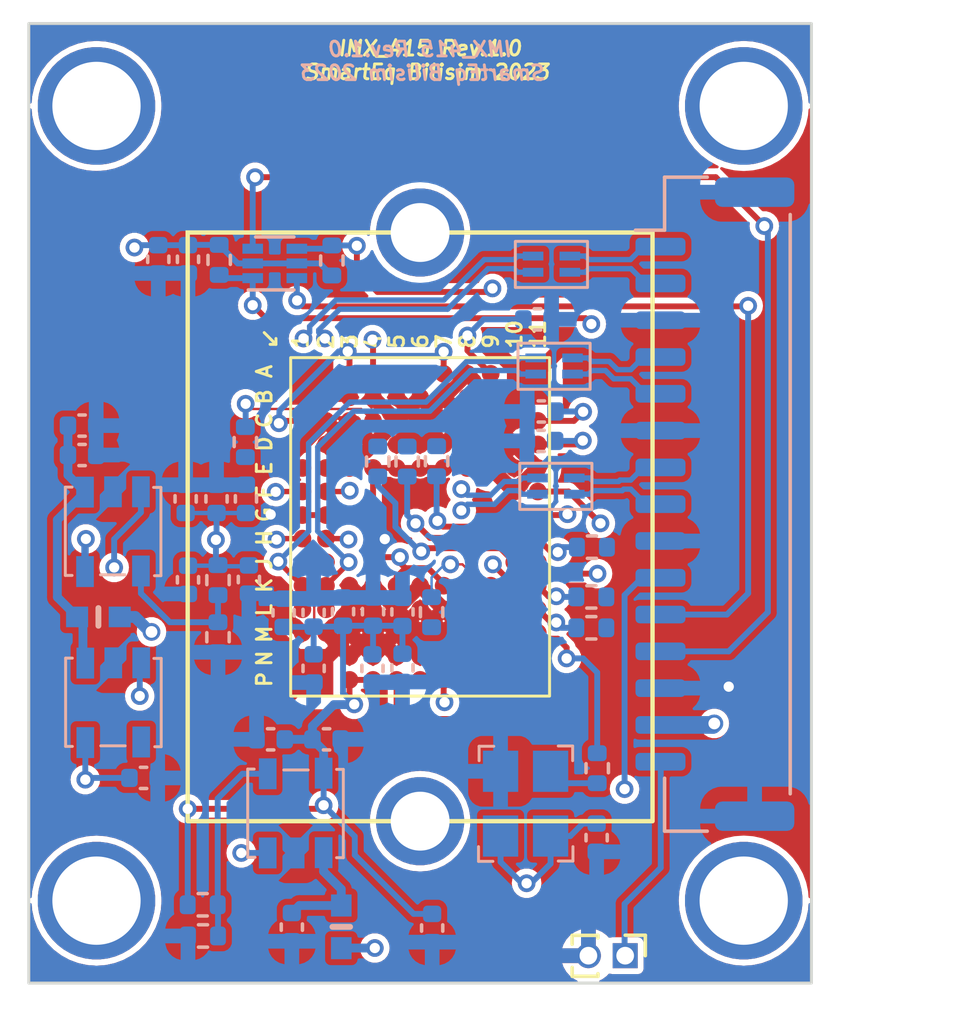
<source format=kicad_pcb>
(kicad_pcb (version 20230606) (generator pcbnew)
  (layers (0 "F.Cu" signal) (1 "In1.Cu" signal) (2 "In2.Cu" signal) (31 "B.Cu" signal) (34 "B.Paste" user) (35 "F.Paste" user) (36 "B.SilkS" user "B.Silkscreen") (37 "F.SilkS" user "F.Silkscreen") (38 "B.Mask" user) (39 "F.Mask" user) (44 "Edge.Cuts" user))
  (net 0 "")
  (net 1 "Net-(IC1-IN)")
  (net 2 "GND")
  (net 3 "Net-(IC2-IN)")
  (net 4 "+1V8")
  (net 5 "+1V1")
  (net 6 "+2V9")
  (net 7 "Net-(IC5-VRHT)")
  (net 8 "Net-(IC5-VRLRS)")
  (net 9 "Net-(IC5-VRLT)")
  (net 10 "/IMX415/CON_CSI_D0_N")
  (net 11 "/IMX415/CSI_D0N")
  (net 12 "/IMX415/CSI_D0P")
  (net 13 "/IMX415/CON_CSI_D0_P")
  (net 14 "/IMX415/CON_CSI_D1_N")
  (net 15 "/IMX415/CSI_D1N")
  (net 16 "/IMX415/CSI_D1P")
  (net 17 "/IMX415/CON_CSI_D1_P")
  (net 18 "/IMX415/CON_CSI_CLK_N")
  (net 19 "/IMX415/CSI_CLKN")
  (net 20 "/IMX415/CSI_CLKP")
  (net 21 "/IMX415/CON_CSI_CLK_P")
  (net 22 "/IMX415/ENABLE")
  (net 23 "Net-(IC1-ADJ)")
  (net 25 "Net-(IC3-ADJ)")
  (net 26 "/IMX415/SCL 1V8")
  (net 27 "/IMX415/SDA")
  (net 28 "/IMX415/SDA 1V8")
  (net 29 "/IMX415/SCL")
  (net 30 "Net-(IC5-TVMON)")
  (net 33 "Net-(IC5-TENABLE)")
  (net 34 "Net-(IC5-SLAMODE0)")
  (net 35 "Net-(IC5-XCLR)")
  (net 36 "Net-(IC5-SLAMODE1)")
  (net 37 "Net-(IC5-XVS)")
  (net 40 "Net-(IC5-TOUT)")
  (net 41 "Net-(IC5-XHS)")
  (net 42 "/IMX415/MCLK")
  (net 43 "+3V3")
  (net 44 "/IMX415/IR_CUT_GPIO")
  (net 45 "Net-(Y1-OUTPUT)")
  (footprint "footprint:IMX_415" (layer "F.Cu") (at 125.6 72.82 90)
    (property "Reference" "IC5")
    (property "Value" "IMX_415" hide)
  )
  (footprint "footprint:Screw_Terminal_1x1" (layer "F.Cu") (at 114.6 58.52)
    (property "Reference" "U3")
    (property "Value" "DNP" hide)
  )
  (footprint "footprint:Con_2Ways_1.25mm" (layer "F.Cu") (at 132.57 87.39 180)
    (property "Reference" "J2")
    (property "Value" "Con_2Ways_1.25mm" hide)
  )
  (footprint "footprint:Screw_Terminal_1x1" (layer "F.Cu") (at 136.6 58.52)
    (property "Reference" "U6")
    (property "Value" "DNP" hide)
  )
  (footprint "footprint:Screw_Terminal_1x1" (layer "F.Cu") (at 114.6 85.52)
    (property "Reference" "U1")
    (property "Value" "DNP" hide)
  )
  (footprint "footprint:Screw_Terminal_1x1" (layer "F.Cu") (at 125.6 62.82)
    (property "Reference" "U2")
    (property "Value" "DNP" hide)
  )
  (footprint "footprint:Screw_Terminal_1x1" (layer "F.Cu") (at 125.6 82.82)
    (property "Reference" "U4")
    (property "Value" "DNP" hide)
  )
  (footprint "footprint:Screw_Terminal_1x1" (layer "F.Cu") (at 136.6 85.52)
    (property "Reference" "U5")
    (property "Value" "DNP" hide)
  )
  (footprint "Resistor_SMD:R_0402_1005Metric" (layer "B.Cu") (at 126.16 70.59 90)
    (property "Reference" "R12")
    (property "Value" "DNP" hide)
  )
  (footprint "Capacitor_SMD:C_0402_1005Metric" (layer "B.Cu") (at 116.2 81.35)
    (property "Reference" "C4")
    (property "Value" "1uF" hide)
  )
  (footprint "footprint:DLP11SN900HL2L" (layer "B.Cu") (at 130.78 67.08 180)
    (property "Reference" "FL2")
    (property "Value" "DLP11SN900HL2L" hide)
  )
  (footprint "Capacitor_SMD:C_0402_1005Metric" (layer "B.Cu") (at 122.98 75.7 -90)
    (property "Reference" "C25")
    (property "Value" "0.1uF" hide)
  )
  (footprint "Resistor_SMD:R_0402_1005Metric" (layer "B.Cu") (at 131.42 76.25 180)
    (property "Reference" "R6")
    (property "Value" "DNP" hide)
  )
  (footprint "footprint:AP7331" (layer "B.Cu") (at 114.21 71.64)
    (property "Reference" "IC3")
    (property "Value" "SOT-25-5" hide)
  )
  (footprint "Capacitor_SMD:C_0402_1005Metric" (layer "B.Cu") (at 114.11 70.38 180)
    (property "Reference" "C3")
    (property "Value" "1uF" hide)
  )
  (footprint "Resistor_SMD:R_0402_1005Metric" (layer "B.Cu") (at 125.16 70.6 -90)
    (property "Reference" "R9")
    (property "Value" "DNP" hide)
  )
  (footprint "Capacitor_SMD:C_0402_1005Metric" (layer "B.Cu") (at 116.7 63.73 90)
    (property "Reference" "C15")
    (property "Value" "0.01uF" hide)
  )
  (footprint "Resistor_SMD:R_0402_1005Metric" (layer "B.Cu") (at 131.44 73.51 180)
    (property "Reference" "R8")
    (property "Value" "DNP" hide)
  )
  (footprint "footprint:AP7331" (layer "B.Cu") (at 114.22 77.45)
    (property "Reference" "IC2")
    (property "Value" "SOT-25-5" hide)
  )
  (footprint "Capacitor_SMD:C_0402_1005Metric" (layer "B.Cu") (at 117.71 74.62 -90)
    (property "Reference" "C6")
    (property "Value" "1uF" hide)
  )
  (footprint "Capacitor_SMD:C_0402_1005Metric" (layer "B.Cu") (at 131.6 83.38 -90)
    (property "Reference" "C7")
    (property "Value" "1uF" hide)
  )
  (footprint "Capacitor_SMD:C_0402_1005Metric" (layer "B.Cu") (at 117.63 71.87 -90)
    (property "Reference" "C12")
    (property "Value" "1uF" hide)
  )
  (footprint "Capacitor_SMD:C_0402_1005Metric" (layer "B.Cu") (at 120.96 75.74 -90)
    (property "Reference" "C21")
    (property "Value" "0.01uF" hide)
  )
  (footprint "Capacitor_SMD:C_0402_1005Metric" (layer "B.Cu") (at 117.71 63.73 90)
    (property "Reference" "C16")
    (property "Value" "1uF" hide)
  )
  (footprint "footprint:BLM18AG601SN1D" (layer "B.Cu") (at 115.39 75.88 180)
    (property "Reference" "FB2")
    (property "Value" "600@100MHz" hide)
  )
  (footprint "Resistor_SMD:R_0402_1005Metric" (layer "B.Cu") (at 124.16 70.6 -90)
    (property "Reference" "R10")
    (property "Value" "DNP" hide)
  )
  (footprint "Resistor_SMD:R_0402_1005Metric" (layer "B.Cu") (at 118.73 76.57 -90)
    (property "Reference" "R4")
    (property "Value" "1K" hide)
  )
  (footprint "footprint:JST_1x15-1MP_P1.25mm_Horizontal" (layer "B.Cu") (at 133.77 63.3 -90)
    (property "Reference" "J1")
    (property "Value" "Con_15Ways_1.25mm" hide)
  )
  (footprint "Capacitor_SMD:C_0402_1005Metric" (layer "B.Cu") (at 121.98 75.73 -90)
    (property "Reference" "C22")
    (property "Value" "1uF" hide)
  )
  (footprint "Resistor_SMD:R_0402_1005Metric" (layer "B.Cu") (at 119.66 69.94 90)
    (property "Reference" "R11")
    (property "Value" "DNP" hide)
  )
  (footprint "Capacitor_SMD:C_0402_1005Metric" (layer "B.Cu") (at 114.11 69.38 180)
    (property "Reference" "C2")
    (property "Value" "1uF" hide)
  )
  (footprint "Resistor_SMD:R_0402_1005Metric" (layer "B.Cu") (at 118.21 85.66)
    (property "Reference" "R1")
    (property "Value" "1.75K" hide)
  )
  (footprint "Capacitor_SMD:C_0402_1005Metric" (layer "B.Cu") (at 123.98 77.63 90)
    (property "Reference" "C20")
    (property "Value" "4.7uF" hide)
  )
  (footprint "Resistor_SMD:R_0402_1005Metric" (layer "B.Cu") (at 118.77 63.75 -90)
    (property "Reference" "R14")
    (property "Value" "2.2K" hide)
  )
  (footprint "Capacitor_SMD:C_0402_1005Metric" (layer "B.Cu") (at 119.78 74.61 90)
    (property "Reference" "C11")
    (property "Value" "0.1uF" hide)
  )
  (footprint "Resistor_SMD:R_0402_1005Metric" (layer "B.Cu") (at 131.42 75.2 180)
    (property "Reference" "R7")
    (property "Value" "DNP" hide)
  )
  (footprint "footprint:X322524MOB4SI" (layer "B.Cu") (at 128.335 83.325 90)
    (property "Reference" "Y1")
    (property "Value" "24MHz" hide)
  )
  (footprint "Capacitor_SMD:C_0402_1005Metric" (layer "B.Cu") (at 122.42 80.04 180)
    (property "Reference" "C17")
    (property "Value" "0.1uF" hide)
  )
  (footprint "footprint:BLM18AG601SN1D" (layer "B.Cu") (at 122.92 87.135 90)
    (property "Reference" "FB1")
    (property "Value" "600@100MHz" hide)
  )
  (footprint "Capacitor_SMD:C_0402_1005Metric" (layer "B.Cu") (at 121.24 86.42 -90)
    (property "Reference" "C1")
    (property "Value" "1uF")
  )
  (footprint "Resistor_SMD:R_0402_1005Metric" (layer "B.Cu") (at 122.6 63.77 90)
    (property "Reference" "R15")
    (property "Value" "2.2K" hide)
  )
  (footprint "Capacitor_SMD:C_0402_1005Metric" (layer "B.Cu") (at 125 75.71 -90)
    (property "Reference" "C23")
    (property "Value" "0.1uF" hide)
  )
  (footprint "Capacitor_SMD:C_0402_1005Metric" (layer "B.Cu") (at 129.71 69.9 180)
    (property "Reference" "C10")
    (property "Value" "4.7uF" hide)
  )
  (footprint "Capacitor_SMD:C_0402_1005Metric" (layer "B.Cu") (at 120.52 80.04)
    (property "Reference" "C18")
    (property "Value" "4.7uF" hide)
  )
  (footprint "Resistor_SMD:R_0402_1005Metric" (layer "B.Cu") (at 118.73 74.63 -90)
    (property "Reference" "R3")
    (property "Value" "6.25K" hide)
  )
  (footprint "footprint:DLP11SN900HL2L" (layer "B.Cu") (at 130.69 63.62 180)
    (property "Reference" "FL1")
    (property "Value" "DLP11SN900HL2L" hide)
  )
  (footprint "footprint:DMG1024UV - 7" (layer "B.Cu") (at 119.91 64.37)
    (property "Reference" "IC4")
    (property "Value" "SOT-563" hide)
  )
  (footprint "Capacitor_SMD:C_0402_1005Metric" (layer "B.Cu") (at 118.68 71.87 -90)
    (property "Reference" "C14")
    (property "Value" "4.7uF" hide)
  )
  (footprint "Capacitor_SMD:C_0402_1005Metric" (layer "B.Cu") (at 129.59 65.77)
    (property "Reference" "C8")
    (property "Value" "1uF" hide)
  )
  (footprint "Capacitor_SMD:C_0402_1005Metric" (layer "B.Cu") (at 124 75.7 -90)
    (property "Reference" "C26")
    (property "Value" "1uF" hide)
  )
  (footprint "footprint:AP7331" (layer "B.Cu") (at 122.32 83.89 180)
    (property "Reference" "IC1")
    (property "Value" "SOT-25-5" hide)
  )
  (footprint "Capacitor_SMD:C_0402_1005Metric" (layer "B.Cu") (at 125 77.61 90)
    (property "Reference" "C19")
    (property "Value" "0.1uF" hide)
  )
  (footprint "Resistor_SMD:R_0402_1005Metric" (layer "B.Cu") (at 118.22 86.72 180)
    (property "Reference" "R2")
    (property "Value" "1K" hide)
  )
  (footprint "footprint:DLP11SN900HL2L" (layer "B.Cu") (at 130.84 71.16 180)
    (property "Reference" "FL3")
    (property "Value" "DLP11SN900HL2L" hide)
  )
  (footprint "Capacitor_SMD:C_0402_1005Metric" (layer "B.Cu") (at 129.72 68.9 180)
    (property "Reference" "C9")
    (property "Value" "10uF" hide)
  )
  (footprint "Capacitor_SMD:C_0402_1005Metric" (layer "B.Cu") (at 121.98 77.63 90)
    (property "Reference" "C24")
    (property "Value" "1uF" hide)
  )
  (footprint "Capacitor_SMD:C_0402_1005Metric" (layer "B.Cu") (at 126.01 86.45 -90)
    (property "Reference" "C5")
    (property "Value" "1uF	")
  )
  (footprint "Resistor_SMD:R_0402_1005Metric" (layer "B.Cu") (at 125.99 75.72 90)
    (property "Reference" "R13")
    (property "Value" "DNP" hide)
  )
  (footprint "Capacitor_SMD:C_0402_1005Metric" (layer "B.Cu") (at 119.68 71.87 -90)
    (property "Reference" "C13")
    (property "Value" "0.1uF" hide)
  )
  (footprint "Resistor_SMD:R_0402_1005Metric" (layer "B.Cu") (at 131.62 81.02 90)
    (property "Reference" "R5")
    (property "Value" "22R" hide)
  )
  (gr_rect (start 117.7 62.82) (end 133.5 82.82) (stroke (width 0.15)) (fill none) (layer "F.SilkS"))
  (gr_rect (start 112.3 55.72) (end 138.9 88.32) (stroke (width 0.1)) (fill none) (layer "Edge.Cuts"))
  (gr_text "   IMX_415 Rev.1.0\nSmartEq Bilisim 2023" (at 129.93 57.69 -0) (layer "B.SilkS") (effects (font (size 0.5 0.5) (thickness 0.1) bold italic) (justify left bottom mirror)))
  (gr_text "   IMX_415 Rev.1.0\nSmartEq Bilisim 2023" (at 121.62 57.66 0) (layer "F.SilkS") (effects (font (size 0.5 0.5) (thickness 0.1) bold italic) (justify left bottom)))
  (segment (start 122.92 85.685) (end 121.495 85.685) (width 0.3) (layer "B.Cu") (net 1))
  (segment (start 122.92 85.13) (end 122.32 84.53) (width 0.3) (layer "B.Cu") (net 1))
  (segment (start 122.32 84.53) (end 122.32 83.89) (width 0.3) (layer "B.Cu") (net 1))
  (segment (start 121.495 85.685) (end 121.24 85.94) (width 0.3) (layer "B.Cu") (net 1))
  (segment (start 122.92 85.685) (end 122.92 85.13) (width 0.3) (layer "B.Cu") (net 1))
  (segment (start 120.54 72.42) (end 121.6 72.42) (width 0.2) (layer "F.Cu") (net 2))
  (segment (start 120.54 72.42) (end 120.63 72.42) (width 0.2) (layer "F.Cu") (net 2))
  (segment (start 121.6 76.42) (end 122.4 76.42) (width 0.08) (layer "F.Cu") (net 2))
  (segment (start 128.96863 75.224558) (end 129.2 75.455928) (width 0.08) (layer "F.Cu") (net 2))
  (segment (start 121.6 72.42) (end 122.4 72.42) (width 0.2) (layer "F.Cu") (net 2))
  (segment (start 129.2 76.02) (end 128.8 76.42) (width 0.08) (layer "F.Cu") (net 2))
  (segment (start 122 76.02) (end 122 74.42) (width 0.08) (layer "F.Cu") (net 2))
  (segment (start 121.6 76.42) (end 122 76.02) (width 0.08) (layer "F.Cu") (net 2))
  (segment (start 122 74.42) (end 122.4 74.02) (width 0.08) (layer "F.Cu") (net 2))
  (segment (start 129.2 75.455928) (end 129.2 76.02) (width 0.08) (layer "F.Cu") (net 2))
  (segment (start 128 74.82) (end 128.235928 74.82) (width 0.08) (layer "F.Cu") (net 2))
  (segment (start 128.640486 75.224558) (end 128.96863 75.224558) (width 0.08) (layer "F.Cu") (net 2))
  (segment (start 121.6 74.02) (end 122.4 74.02) (width 0.2) (layer "F.Cu") (net 2))
  (segment (start 128.235928 74.82) (end 128.640486 75.224558) (width 0.08) (layer "F.Cu") (net 2))
  (segment (start 120.52 72.4) (end 120.54 72.42) (width 0.2) (layer "F.Cu") (net 2))
  (via (at 124.399095 73.236207) (size 0.6) (drill 0.35) (layers "F.Cu" "B.Cu") (net 2))
  (via (at 136.09 78.25) (size 0.6) (drill 0.35) (layers "F.Cu" "B.Cu") (net 2))
  (via (at 120.52 72.4) (size 0.6) (drill 0.35) (layers "F.Cu" "B.Cu") (net 2))
  (segment (start 113.27 75.21) (end 113.27 72.58) (width 0.3) (layer "B.Cu") (net 3))
  (segment (start 113.63 71.06) (end 113.63 70.38) (width 0.3) (layer "B.Cu") (net 3))
  (segment (start 114.14 76.08) (end 114.14 77.37) (width 0.3) (layer "B.Cu") (net 3))
  (segment (start 114.14 77.37) (end 114.22 77.45) (width 0.3) (layer "B.Cu") (net 3))
  (segment (start 113.94 75.88) (end 114.14 76.08) (width 0.3) (layer "B.Cu") (net 3))
  (segment (start 114.21 71.64) (end 113.63 71.06) (width 0.3) (layer "B.Cu") (net 3))
  (segment (start 113.27 72.58) (end 114.21 71.64) (width 0.3) (layer "B.Cu") (net 3))
  (segment (start 113.63 70.38) (end 113.63 69.38) (width 0.3) (layer "B.Cu") (net 3))
  (segment (start 113.94 75.88) (end 113.27 75.21) (width 0.3) (layer "B.Cu") (net 3))
  (segment (start 124 67.62) (end 124.8 67.62) (width 0.2) (layer "F.Cu") (net 4))
  (segment (start 126.4 78.75) (end 126.4 78.02) (width 0.2) (layer "F.Cu") (net 4))
  (segment (start 126.43 78.78) (end 126.4 78.75) (width 0.2) (layer "F.Cu") (net 4))
  (segment (start 124 66.48) (end 124 67.62) (width 0.2) (layer "F.Cu") (net 4))
  (segment (start 130.58 72.42) (end 129.6 72.42) (width 0.2) (layer "F.Cu") (net 4))
  (segment (start 123.98 66.46) (end 124 66.48) (width 0.2) (layer "F.Cu") (net 4))
  (via (at 123.98 66.46) (size 0.6) (drill 0.35) (layers "F.Cu" "B.Cu") (net 4))
  (via (at 115.89 63.33) (size 0.6) (drill 0.35) (layers "F.Cu" "B.Cu") (net 4))
  (via (at 126.43 78.78) (size 0.6) (drill 0.35) (layers "F.Cu" "B.Cu") (net 4))
  (via (at 114.22 81.41) (size 0.6) (drill 0.35) (layers "F.Cu" "B.Cu") (net 4))
  (via (at 129.22 84.93) (size 0.6) (drill 0.35) (layers "F.Cu" "B.Cu") (net 4))
  (via (at 130.61 72.39) (size 0.6) (drill 0.35) (layers "F.Cu" "B.Cu") (net 4))
  (segment (start 115.97 63.25) (end 115.89 63.33) (width 0.2) (layer "B.Cu") (net 4))
  (segment (start 119.4 63.87) (end 118.77 63.24) (width 0.2) (layer "B.Cu") (net 4))
  (segment (start 129.22 84.93) (end 129.06 84.93) (width 0.2) (layer "B.Cu") (net 4))
  (segment (start 129.37 84.93) (end 130.035 84.265) (width 0.2) (layer "B.Cu") (net 4))
  (segment (start 130.705 83.325) (end 131.13 82.9) (width 0.2) (layer "B.Cu") (net 4))
  (segment (start 114.22 80.15) (end 114.22 81.41) (width 0.2) (layer "B.Cu") (net 4))
  (segment (start 118.77 63.24) (end 117.72 63.24) (width 0.2) (layer "B.Cu") (net 4))
  (segment (start 129.06 84.93) (end 128.335 84.205) (width 0.2) (layer "B.Cu") (net 4))
  (segment (start 116.7 63.25) (end 117.71 63.25) (width 0.2) (layer "B.Cu") (net 4))
  (segment (start 114.28 81.35) (end 115.72 81.35) (width 0.2) (layer "B.Cu") (net 4))
  (segment (start 130.035 83.325) (end 130.705 83.325) (width 0.2) (layer "B.Cu") (net 4))
  (segment (start 114.22 81.41) (end 114.28 81.35) (width 0.2) (layer "B.Cu") (net 4))
  (segment (start 122.19 63.87) (end 121.41 63.87) (width 0.2) (layer "B.Cu") (net 4))
  (segment (start 130.035 84.265) (end 130.035 83.325) (width 0.2) (layer "B.Cu") (net 4))
  (segment (start 131.13 82.9) (end 131.6 82.9) (width 0.2) (layer "B.Cu") (net 4))
  (segment (start 117.72 63.24) (end 117.71 63.25) (width 0.2) (layer "B.Cu") (net 4))
  (segment (start 116.7 63.25) (end 115.97 63.25) (width 0.2) (layer "B.Cu") (net 4))
  (segment (start 121.41 63.87) (end 119.91 63.87) (width 0.2) (layer "B.Cu") (net 4))
  (segment (start 122.6 64.28) (end 122.19 63.87) (width 0.2) (layer "B.Cu") (net 4))
  (segment (start 119.91 63.87) (end 119.4 63.87) (width 0.2) (layer "B.Cu") (net 4))
  (segment (start 129.22 84.93) (end 129.37 84.93) (width 0.2) (layer "B.Cu") (net 4))
  (segment (start 128.335 84.205) (end 128.335 83.325) (width 0.2) (layer "B.Cu") (net 4))
  (segment (start 121.6 69.22) (end 120.88 69.22) (width 0.2) (layer "F.Cu") (net 5))
  (segment (start 125.6 67.62) (end 126.4 67.62) (width 0.2) (layer "F.Cu") (net 5))
  (segment (start 124.8 78.02) (end 125.6 78.02) (width 0.2) (layer "F.Cu") (net 5))
  (segment (start 129.6 71.62) (end 130.65 71.62) (width 0.2) (layer "F.Cu") (net 5))
  (segment (start 123.2 78.02) (end 124 78.02) (width 0.2) (layer "F.Cu") (net 5))
  (segment (start 126.84 79.35) (end 127.2 78.99) (width 0.2) (layer "F.Cu") (net 5))
  (segment (start 126.4 66.87) (end 126.4 67.62) (width 0.2) (layer "F.Cu") (net 5))
  (segment (start 123.2 67.62) (end 123.2 66.92) (width 0.2) (layer "F.Cu") (net 5))
  (segment (start 131.73 72.77) (end 131.66 72.7) (width 0.2) (layer "F.Cu") (net 5))
  (segment (start 127.2 78.99) (end 127.2 78.02) (width 0.2) (layer "F.Cu") (net 5))
  (segment (start 120.88 69.22) (end 120.8 69.3) (width 0.2) (layer "F.Cu") (net 5))
  (segment (start 124.8 78.88) (end 125.27 79.35) (width 0.2) (layer "F.Cu") (net 5))
  (segment (start 125.27 79.35) (end 126.84 79.35) (width 0.2) (layer "F.Cu") (net 5))
  (segment (start 123.2 78.02) (end 123.2 78.6905) (width 0.2) (layer "F.Cu") (net 5))
  (segment (start 123.2 78.6905) (end 123.36 78.8505) (width 0.2) (layer "F.Cu") (net 5))
  (segment (start 117.7 82.4) (end 122.2 82.4) (width 0.2) (layer "F.Cu") (net 5))
  (segment (start 124.8 78.02) (end 124.8 78.88) (width 0.2) (layer "F.Cu") (net 5))
  (segment (start 122.2 82.4) (end 122.32 82.28) (width 0.2) (layer "F.Cu") (net 5))
  (segment (start 124 78.02) (end 124.8 78.02) (width 0.2) (layer "F.Cu") (net 5))
  (segment (start 127.2 78.02) (end 128 78.02) (width 0.2) (layer "F.Cu") (net 5))
  (segment (start 131.66 72.7) (end 131.73 72.7) (width 0.2) (layer "F.Cu") (net 5))
  (segment (start 131.73 72.7) (end 131.73 72.77) (width 0.2) (layer "F.Cu") (net 5))
  (segment (start 130.65 71.62) (end 131.73 72.7) (width 0.2) (layer "F.Cu") (net 5))
  (segment (start 123.2 66.92) (end 123.14 66.86) (width 0.2) (layer "F.Cu") (net 5))
  (via (at 123.14 66.86) (size 0.6) (drill 0.35) (layers "F.Cu" "B.Cu") (net 5))
  (via (at 123.36 78.8505) (size 0.6) (drill 0.35) (layers "F.Cu" "B.Cu") (net 5))
  (via (at 126.4 66.87) (size 0.6) (drill 0.35) (layers "F.Cu" "B.Cu") (net 5))
  (via (at 120.8 69.3) (size 0.6) (drill 0.35) (layers "F.Cu" "B.Cu") (net 5))
  (via (at 117.7 82.4) (size 0.6) (drill 0.35) (layers "F.Cu" "B.Cu") (net 5))
  (via (at 131.73 72.7) (size 0.6) (drill 0.35) (layers "F.Cu" "B.Cu") (net 5))
  (via (at 122.32 82.28) (size 0.6) (drill 0.35) (layers "F.Cu" "B.Cu") (net 5))
  (segment (start 121.94 79.59) (end 121.94 80.04) (width 0.3) (layer "B.Cu") (net 5))
  (segment (start 122.32 81.19) (end 122.32 80.42) (width 0.3) (layer "B.Cu") (net 5))
  (segment (start 123.14 66.86) (end 123.13 66.86) (width 0.2) (layer "B.Cu") (net 5))
  (segment (start 121.97 76.22) (end 121.98 76.21) (width 0.2) (layer "B.Cu") (net 5))
  (segment (start 123.38 83.97) (end 123.38 83.34) (width 0.2) (layer "B.Cu") (net 5))
  (segment (start 117.7 82.4) (end 117.7 82.42) (width 0.2) (layer "B.Cu") (net 5))
  (segment (start 121.98 76.21) (end 122.95 76.21) (width 0.2) (layer "B.Cu") (net 5))
  (segment (start 120.8 69.3) (end 120.82 69.29) (width 0.2) (layer "B.Cu") (net 5))
  (segment (start 125 77.13) (end 125 76.19) (width 0.2) (layer "B.Cu") (net 5))
  (segment (start 124 76.18) (end 124.99 76.18) (width 0.2) (layer "B.Cu") (net 5))
  (segment (start 123.29 67.01) (end 123.14 66.86) (width 0.2) (layer "B.Cu") (net 5))
  (segment (start 120.82 68.87) (end 120.8 69.3) (width 0.2) (layer "B.Cu") (net 5))
  (segment (start 126.26 67.01) (end 123.29 67.01) (width 0.2) (layer "B.Cu") (net 5))
  (segment (start 122.32 80.42) (end 121.94 80.04) (width 0.3) (layer "B.Cu") (net 5))
  (segment (start 123.13 66.86) (end 123.2 66.93) (width 0.2) (layer "B.Cu") (net 5))
  (segment (start 126.4 66.87) (end 126.26 67.01) (width 0.2) (layer "B.Cu") (net 5))
  (segment (start 121 80.04) (end 121.94 80.04) (width 0.3) (layer "B.Cu") (net 5))
  (segment (start 122.95 76.21) (end 122.98 76.18) (width 0.2) (layer "B.Cu") (net 5))
  (segment (start 124 76.18) (end 124 77.13) (width 0.2) (layer "B.Cu") (net 5))
  (segment (start 123.36 78.8505) (end 123.3505 78.86) (width 0.3) (layer "B.Cu") (net 5))
  (segment (start 123.3505 78.86) (end 122.67 78.86) (width 0.3) (layer "B.Cu") (net 5))
  (segment (start 124.99 76.18) (end 125 76.19) (width 0.2) (layer "B.Cu") (net 5))
  (segment (start 124 77.13) (end 123.98 77.15) (width 0.2) (layer "B.Cu") (net 5))
  (segment (start 123.14 66.86) (end 122.83 66.86) (width 0.2) (layer "B.Cu") (net 5))
  (segment (start 122.98 78.4705) (end 122.98 76.18) (width 0.2) (layer "B.Cu") (net 5))
  (segment (start 122.32 82.28) (end 122.32 81.19) (width 0.2) (layer "B.Cu") (net 5))
  (segment (start 121.98 76.21) (end 121.98 77.15) (width 0.2) (layer "B.Cu") (net 5))
  (segment (start 122.83 66.86) (end 120.84 68.85) (width 0.2) (layer "B.Cu") (net 5))
  (segment (start 126.01 85.97) (end 125.38 85.97) (width 0.2) (layer "B.Cu") (net 5))
  (segment (start 120.96 76.22) (end 121.97 76.22) (width 0.2) (layer "B.Cu") (net 5))
  (segment (start 120.84 68.85) (end 120.82 68.87) (width 0.2) (layer "B.Cu") (net 5))
  (segment (start 123.38 83.34) (end 122.32 82.28) (width 0.2) (layer "B.Cu") (net 5))
  (segment (start 122.67 78.86) (end 121.94 79.59) (width 0.3) (layer "B.Cu") (net 5))
  (segment (start 123.36 78.8505) (end 122.98 78.4705) (width 0.2) (layer "B.Cu") (net 5))
  (segment (start 117.7 85.66) (end 117.7 82.4) (width 0.2) (layer "B.Cu") (net 5))
  (segment (start 125.38 85.97) (end 123.38 83.97) (width 0.2) (layer "B.Cu") (net 5))
  (segment (start 122.98 76.18) (end 124 76.18) (width 0.2) (layer "B.Cu") (net 5))
  (segment (start 124.913902 73.84927) (end 124.12927 73.84927) (width 0.2) (layer "F.Cu") (net 6))
  (segment (start 124 70.82) (end 124.8 70.82) (width 0.2) (layer "F.Cu") (net 6))
  (segment (start 126.4 74.82) (end 126.4 74.75) (width 0.2) (layer "F.Cu") (net 6))
  (segment (start 125.874558 74.224558) (end 125.1 74.224558) (width 0.2) (layer "F.Cu") (net 6))
  (segment (start 124.913902 74.03846) (end 125.1 74.224558) (width 0.2) (layer "F.Cu") (net 6))
  (segment (start 124.8 74.524558) (end 124.8 74.82) (width 0.2) (layer "F.Cu") (net 6))
  (segment (start 123.81 72.67) (end 124 72.48) (width 0.2) (layer "F.Cu") (net 6))
  (segment (start 125.1 74.224558) (end 124.8 74.524558) (width 0.2) (layer "F.Cu") (net 6))
  (segment (start 126.4 70.82) (end 127.2 70.82) (width 0.2) (layer "F.Cu") (net 6))
  (segment (start 124.913902 73.84927) (end 124.913902 74.03846) (width 0.2) (layer "F.Cu") (net 6))
  (segment (start 127.2 74.82) (end 126.4 74.82) (width 0.2) (layer "F.Cu") (net 6))
  (segment (start 125.6 70.82) (end 126.4 70.82) (width 0.2) (layer "F.Cu") (net 6))
  (segment (start 124.12927 73.84927) (end 123.81 73.53) (width 0.2) (layer "F.Cu") (net 6))
  (segment (start 124.8 70.82) (end 125.6 70.82) (width 0.2) (layer "F.Cu") (net 6))
  (segment (start 123.81 73.53) (end 123.81 72.67) (width 0.2) (layer "F.Cu") (net 6))
  (segment (start 126.4 74.75) (end 125.874558 74.224558) (width 0.2) (layer "F.Cu") (net 6))
  (segment (start 124 72.48) (end 124 70.82) (width 0.2) (layer "F.Cu") (net 6))
  (via (at 124.913902 73.84927) (size 0.6) (drill 0.35) (layers "F.Cu" "B.Cu") (net 6))
  (via (at 114.24 73.23) (size 0.6) (drill 0.35) (layers "F.Cu" "B.Cu") (net 6))
  (via (at 118.66 73.26) (size 0.6) (drill 0.35) (layers "F.Cu" "B.Cu") (net 6))
  (segment (start 117.71 74.14) (end 118.71 74.14) (width 0.15) (layer "B.Cu") (net 6))
  (segment (start 118.77 74.16) (end 119.75 74.16) (width 0.15) (layer "B.Cu") (net 6))
  (segment (start 114.21 74.34) (end 114.21 73.26) (width 0.25) (layer "B.Cu") (net 6))
  (segment (start 118.73 74.12) (end 118.66 74.05) (width 0.2) (layer "B.Cu") (net 6))
  (segment (start 118.68 72.35) (end 117.63 72.35) (width 0.15) (layer "B.Cu") (net 6))
  (segment (start 118.68 72.35) (end 118.68 73.24) (width 0.2) (layer "B.Cu") (net 6))
  (segment (start 118.68 73.24) (end 118.66 73.26) (width 0.2) (layer "B.Cu") (net 6))
  (segment (start 114.21 73.26) (end 114.24 73.23) (width 0.25) (layer "B.Cu") (net 6))
  (segment (start 119.75 74.16) (end 119.78 74.13) (width 0.15) (layer "B.Cu") (net 6))
  (segment (start 118.71 74.14) (end 118.73 74.12) (width 0.15) (layer "B.Cu") (net 6))
  (segment (start 118.66 74.05) (end 118.66 73.26) (width 0.2) (layer "B.Cu") (net 6))
  (segment (start 114.24 73.23) (end 114.23 73.39) (width 0.25) (layer "B.Cu") (net 6))
  (segment (start 114.21 74.34) (end 114.22 74.33) (width 0.25) (layer "B.Cu") (net 6))
  (segment (start 118.73 74.12) (end 118.77 74.16) (width 0.15) (layer "B.Cu") (net 6))
  (segment (start 119.68 72.35) (end 118.68 72.35) (width 0.15) (layer "B.Cu") (net 6))
  (segment (start 127.21 66.3205) (end 127.21 66.83) (width 0.2) (layer "F.Cu") (net 7))
  (segment (start 127.21 66.83) (end 128 67.62) (width 0.2) (layer "F.Cu") (net 7))
  (via (at 127.21 66.3205) (size 0.6) (drill 0.35) (layers "F.Cu" "B.Cu") (net 7))
  (segment (start 127.7605 65.77) (end 127.21 66.3205) (width 0.2) (layer "B.Cu") (net 7))
  (segment (start 129.11 65.77) (end 127.7605 65.77) (width 0.2) (layer "B.Cu") (net 7))
  (segment (start 129.6 69.22) (end 130.83 69.22) (width 0.2) (layer "F.Cu") (net 8))
  (segment (start 130.83 69.22) (end 131.14 68.91) (width 0.2) (layer "F.Cu") (net 8))
  (via (at 131.14 68.91) (size 0.6) (drill 0.35) (layers "F.Cu" "B.Cu") (net 8))
  (segment (start 131.07 68.9) (end 131.14 68.91) (width 0.2) (layer "B.Cu") (net 8))
  (segment (start 131.09 68.9) (end 131.08 68.9) (width 0.2) (layer "B.Cu") (net 8))
  (segment (start 130.2 68.9) (end 131.07 68.9) (width 0.2) (layer "B.Cu") (net 8))
  (segment (start 131.14 68.91) (end 131.09 68.9) (width 0.2) (layer "B.Cu") (net 8))
  (segment (start 129.6 70.02) (end 131 70.02) (width 0.2) (layer "F.Cu") (net 9))
  (segment (start 131 70.02) (end 131.13 69.89) (width 0.2) (layer "F.Cu") (net 9))
  (via (at 131.13 69.89) (size 0.6) (drill 0.35) (layers "F.Cu" "B.Cu") (net 9))
  (segment (start 130.19 69.9) (end 131.12 69.9) (width 0.2) (layer "B.Cu") (net 9))
  (segment (start 131.13 69.89) (end 131.13 69.95) (width 0.2) (layer "B.Cu") (net 9))
  (segment (start 131.13 69.95) (end 131.1 69.92) (width 0.2) (layer "B.Cu") (net 9))
  (segment (start 131.12 69.9) (end 131.13 69.89) (width 0.2) (layer "B.Cu") (net 9))
  (segment (start 133.19 63.3) (end 132.74985 63.74015) (width 0.1827) (layer "B.Cu") (net 10))
  (segment (start 133.77 63.3) (end 133.19 63.3) (width 0.1827) (layer "B.Cu") (net 10))
  (segment (start 131.215001 63.62) (end 130.69 63.62) (width 0.1827) (layer "B.Cu") (net 10))
  (segment (start 132.74985 63.74015) (end 131.335151 63.74015) (width 0.1827) (layer "B.Cu") (net 10))
  (segment (start 131.335151 63.74015) (end 131.215001 63.62) (width 0.1827) (layer "B.Cu") (net 10))
  (segment (start 120.7 71.62) (end 121.6 71.62) (width 0.1827) (layer "F.Cu") (net 11))
  (segment (start 120.69 71.63) (end 120.7 71.62) (width 0.1827) (layer "F.Cu") (net 11))
  (via (at 120.69 71.63) (size 0.6) (drill 0.35) (layers "F.Cu" "B.Cu") (net 11))
  (via (at 121.6365 66.42) (size 0.6) (drill 0.35) (layers "F.Cu" "B.Cu") (net 11))
  (segment (start 121.84515 66.21135) (end 121.6365 66.42) (width 0.1827) (layer "B.Cu") (net 11))
  (segment (start 129.44 63.62) (end 128.914999 63.62) (width 0.1827) (layer "B.Cu") (net 11))
  (segment (start 121.84515 66.005858) (end 121.84515 66.21135) (width 0.1827) (layer "B.Cu") (net 11))
  (segment (start 127.780858 63.74015) (end 126.405858 65.11515) (width 0.1827) (layer "B.Cu") (net 11))
  (segment (start 128.914999 63.62) (end 128.794849 63.74015) (width 0.1827) (layer "B.Cu") (net 11))
  (segment (start 122.735858 65.11515) (end 121.84515 66.005858) (width 0.1827) (layer "B.Cu") (net 11))
  (segment (start 128.794849 63.74015) (end 127.780858 63.74015) (width 0.1827) (layer "B.Cu") (net 11))
  (segment (start 126.405858 65.11515) (end 122.735858 65.11515) (width 0.1827) (layer "B.Cu") (net 11))
  (segment (start 122.4 71.62) (end 123.13 71.62) (width 0.1827) (layer "F.Cu") (net 12))
  (segment (start 123.13 71.62) (end 123.21 71.59) (width 0.1827) (layer "F.Cu") (net 12))
  (segment (start 123.19 71.62) (end 123.16 71.62) (width 0.1827) (layer "F.Cu") (net 12))
  (segment (start 123.21 71.59) (end 123.19 71.62) (width 0.1827) (layer "F.Cu") (net 12))
  (via (at 123.21 71.59) (size 0.6) (drill 0.35) (layers "F.Cu" "B.Cu") (net 12))
  (via (at 122.3635 66.42) (size 0.6) (drill 0.35) (layers "F.Cu" "B.Cu") (net 12))
  (segment (start 122.864142 65.42485) (end 122.15485 66.134142) (width 0.1827) (layer "B.Cu") (net 12))
  (segment (start 126.534142 65.42485) (end 122.864142 65.42485) (width 0.1827) (layer "B.Cu") (net 12))
  (segment (start 128.794849 64.04985) (end 127.909142 64.04985) (width 0.1827) (layer "B.Cu") (net 12))
  (segment (start 129.44 64.17) (end 128.914999 64.17) (width 0.1827) (layer "B.Cu") (net 12))
  (segment (start 122.15485 66.21135) (end 122.3635 66.42) (width 0.1827) (layer "B.Cu") (net 12))
  (segment (start 127.909142 64.04985) (end 126.534142 65.42485) (width 0.1827) (layer "B.Cu") (net 12))
  (segment (start 122.15485 66.134142) (end 122.15485 66.21135) (width 0.1827) (layer "B.Cu") (net 12))
  (segment (start 128.914999 64.17) (end 128.794849 64.04985) (width 0.1827) (layer "B.Cu") (net 12))
  (segment (start 131.215001 64.17) (end 130.69 64.17) (width 0.1827) (layer "B.Cu") (net 13))
  (segment (start 133.27 64.55) (end 132.76985 64.04985) (width 0.1827) (layer "B.Cu") (net 13))
  (segment (start 131.335151 64.04985) (end 131.215001 64.17) (width 0.1827) (layer "B.Cu") (net 13))
  (segment (start 132.76985 64.04985) (end 131.335151 64.04985) (width 0.1827) (layer "B.Cu") (net 13))
  (segment (start 133.77 64.55) (end 133.27 64.55) (width 0.1827) (layer "B.Cu") (net 13))
  (segment (start 131.425151 67.20015) (end 131.305001 67.08) (width 0.1827) (layer "B.Cu") (net 14))
  (segment (start 131.305001 67.08) (end 130.78 67.08) (width 0.1827) (layer "B.Cu") (net 14))
  (segment (start 132.029142 67.20015) (end 131.425151 67.20015) (width 0.1827) (layer "B.Cu") (net 14))
  (segment (start 132.75985 67.48015) (end 132.309142 67.48015) (width 0.1827) (layer "B.Cu") (net 14))
  (segment (start 133.77 67.05) (end 133.19 67.05) (width 0.1827) (layer "B.Cu") (net 14))
  (segment (start 133.19 67.05) (end 132.75985 67.48015) (width 0.1827) (layer "B.Cu") (net 14))
  (segment (start 132.309142 67.48015) (end 132.029142 67.20015) (width 0.1827) (layer "B.Cu") (net 14))
  (segment (start 120.78 74) (end 120.81 74.03) (width 0.1827) (layer "F.Cu") (net 15))
  (segment (start 121.6 74.82) (end 120.78 74) (width 0.1827) (layer "F.Cu") (net 15))
  (via (at 120.78 74) (size 0.6) (drill 0.35) (layers "F.Cu" "B.Cu") (net 15))
  (segment (start 129.004999 67.08) (end 129.53 67.08) (width 0.1827) (layer "B.Cu") (net 15))
  (segment (start 128.884849 67.20015) (end 129.004999 67.08) (width 0.1827) (layer "B.Cu") (net 15))
  (segment (start 125.801008 68.58) (end 127.180858 67.20015) (width 0.1827) (layer "B.Cu") (net 15))
  (segment (start 127.180858 67.20015) (end 128.884849 67.20015) (width 0.1827) (layer "B.Cu") (net 15))
  (segment (start 121.81015 69.980858) (end 123.211008 68.58) (width 0.1827) (layer "B.Cu") (net 15))
  (segment (start 120.78 74) (end 121.81015 72.96985) (width 0.1827) (layer "B.Cu") (net 15))
  (segment (start 123.211008 68.58) (end 125.801008 68.58) (width 0.1827) (layer "B.Cu") (net 15))
  (segment (start 121.81015 72.96985) (end 121.81015 69.980858) (width 0.1827) (layer "B.Cu") (net 15))
  (segment (start 123.17 74.05) (end 123.17 74.02) (width 0.1827) (layer "F.Cu") (net 16))
  (segment (start 122.4 74.82) (end 123.17 74.05) (width 0.1827) (layer "F.Cu") (net 16))
  (segment (start 123.17 74.02) (end 123.17 74.03) (width 0.1827) (layer "F.Cu") (net 16))
  (via (at 123.17 74.02) (size 0.6) (drill 0.35) (layers "F.Cu" "B.Cu") (net 16))
  (segment (start 128.884849 67.50985) (end 129.004999 67.63) (width 0.1827) (layer "B.Cu") (net 16))
  (segment (start 122.11985 70.109142) (end 123.339292 68.8897) (width 0.1827) (layer "B.Cu") (net 16))
  (segment (start 123.339292 68.8897) (end 125.92929 68.8897) (width 0.1827) (layer "B.Cu") (net 16))
  (segment (start 125.92929 68.8897) (end 127.309142 67.50985) (width 0.1827) (layer "B.Cu") (net 16))
  (segment (start 129.004999 67.63) (end 129.53 67.63) (width 0.1827) (layer "B.Cu") (net 16))
  (segment (start 122.11985 72.96985) (end 122.11985 70.109142) (width 0.1827) (layer "B.Cu") (net 16))
  (segment (start 127.309142 67.50985) (end 128.884849 67.50985) (width 0.1827) (layer "B.Cu") (net 16))
  (segment (start 123.17 74.02) (end 122.11985 72.96985) (width 0.1827) (layer "B.Cu") (net 16))
  (segment (start 132.180858 67.78985) (end 131.900858 67.50985) (width 0.1827) (layer "B.Cu") (net 17))
  (segment (start 132.75985 67.78985) (end 132.180858 67.78985) (width 0.1827) (layer "B.Cu") (net 17))
  (segment (start 131.425151 67.50985) (end 131.305001 67.63) (width 0.1827) (layer "B.Cu") (net 17))
  (segment (start 133.77 68.3) (end 133.27 68.3) (width 0.1827) (layer "B.Cu") (net 17))
  (segment (start 131.305001 67.63) (end 130.78 67.63) (width 0.1827) (layer "B.Cu") (net 17))
  (segment (start 133.27 68.3) (end 132.75985 67.78985) (width 0.1827) (layer "B.Cu") (net 17))
  (segment (start 131.900858 67.50985) (end 131.425151 67.50985) (width 0.1827) (layer "B.Cu") (net 17))
  (segment (start 131.365001 71.16) (end 130.84 71.16) (width 0.1827) (layer "B.Cu") (net 18))
  (segment (start 131.485151 71.28015) (end 131.365001 71.16) (width 0.1827) (layer "B.Cu") (net 18))
  (segment (start 133.77 70.8) (end 133.19 70.8) (width 0.1827) (layer "B.Cu") (net 18))
  (segment (start 132.396507 71.23015) (end 132.346507 71.28015) (width 0.1827) (layer "B.Cu") (net 18))
  (segment (start 132.346507 71.28015) (end 131.485151 71.28015) (width 0.1827) (layer "B.Cu") (net 18))
  (segment (start 132.75985 71.23015) (end 132.396507 71.23015) (width 0.1827) (layer "B.Cu") (net 18))
  (segment (start 133.19 70.8) (end 132.75985 71.23015) (width 0.1827) (layer "B.Cu") (net 18))
  (segment (start 120.752301 73.22) (end 121.6 73.22) (width 0.1827) (layer "F.Cu") (net 19))
  (segment (start 120.719345 73.252956) (end 120.752301 73.22) (width 0.1827) (layer "F.Cu") (net 19))
  (via (at 127 71.5365) (size 0.6) (drill 0.35) (layers "F.Cu" "B.Cu") (net 19))
  (via (at 120.719345 73.252956) (size 0.6) (drill 0.35) (layers "F.Cu" "B.Cu") (net 19))
  (segment (start 127.995858 71.74515) (end 127.20865 71.74515) (width 0.1827) (layer "B.Cu") (net 19))
  (segment (start 129.59 71.16) (end 129.064999 71.16) (width 0.1827) (layer "B.Cu") (net 19))
  (segment (start 127.20865 71.74515) (end 127 71.5365) (width 0.1827) (layer "B.Cu") (net 19))
  (segment (start 128.460858 71.28015) (end 127.995858 71.74515) (width 0.1827) (layer "B.Cu") (net 19))
  (segment (start 128.944849 71.28015) (end 128.460858 71.28015) (width 0.1827) (layer "B.Cu") (net 19))
  (segment (start 129.064999 71.16) (end 128.944849 71.28015) (width 0.1827) (layer "B.Cu") (net 19))
  (segment (start 123.134878 73.22) (end 122.4 73.22) (width 0.1827) (layer "F.Cu") (net 20))
  (segment (start 123.166165 73.251287) (end 123.134878 73.22) (width 0.1827) (layer "F.Cu") (net 20))
  (via (at 123.166165 73.251287) (size 0.6) (drill 0.35) (layers "F.Cu" "B.Cu") (net 20))
  (via (at 127 72.2635) (size 0.6) (drill 0.35) (layers "F.Cu" "B.Cu") (net 20))
  (segment (start 129.59 71.71) (end 129.064999 71.71) (width 0.1827) (layer "B.Cu") (net 20))
  (segment (start 127.20865 72.05485) (end 127 72.2635) (width 0.1827) (layer "B.Cu") (net 20))
  (segment (start 128.944849 71.58985) (end 128.589142 71.58985) (width 0.1827) (layer "B.Cu") (net 20))
  (segment (start 128.589142 71.58985) (end 128.124142 72.05485) (width 0.1827) (layer "B.Cu") (net 20))
  (segment (start 129.064999 71.71) (end 128.944849 71.58985) (width 0.1827) (layer "B.Cu") (net 20))
  (segment (start 128.124142 72.05485) (end 127.20865 72.05485) (width 0.1827) (layer "B.Cu") (net 20))
  (segment (start 132.47 71.58985) (end 131.485151 71.58985) (width 0.1827) (layer "B.Cu") (net 21))
  (segment (start 133.27 72.05) (end 132.75985 71.53985) (width 0.1827) (layer "B.Cu") (net 21))
  (segment (start 133.77 72.05) (end 133.27 72.05) (width 0.1827) (layer "B.Cu") (net 21))
  (segment (start 132.52 71.53985) (end 132.47 71.58985) (width 0.1827) (layer "B.Cu") (net 21))
  (segment (start 131.365001 71.71) (end 130.84 71.71) (width 0.1827) (layer "B.Cu") (net 21))
  (segment (start 132.75985 71.53985) (end 132.52 71.53985) (width 0.1827) (layer "B.Cu") (net 21))
  (segment (start 131.485151 71.58985) (end 131.365001 71.71) (width 0.1827) (layer "B.Cu") (net 21))
  (via (at 116.07 78.57) (size 0.6) (drill 0.35) (layers "F.Cu" "B.Cu") (net 22))
  (via (at 119.52 83.9) (size 0.6) (drill 0.35) (layers "F.Cu" "B.Cu") (net 22))
  (via (at 132.55 81.73) (size 0.6) (drill 0.35) (layers "F.Cu" "B.Cu") (net 22))
  (via (at 115.2 74.2) (size 0.6) (drill 0.35) (layers "F.Cu" "B.Cu") (net 22))
  (segment (start 115.2 73.24) (end 115.2 74.2) (width 0.2) (layer "B.Cu") (net 22))
  (segment (start 132.55 75.14) (end 133.14 74.55) (width 0.2) (layer "B.Cu") (net 22))
  (segment (start 116.07 78.57) (end 116.07 77.49) (width 0.2) (layer "B.Cu") (net 22))
  (segment (start 120.42 83.9) (end 119.52 83.9) (width 0.2) (layer "B.Cu") (net 22))
  (segment (start 119.52 83.9) (end 119.52 83.82) (width 0.2) (layer "B.Cu") (net 22))
  (segment (start 132.55 81.73) (end 132.55 75.14) (width 0.2) (layer "B.Cu") (net 22))
  (segment (start 119.52 83.82) (end 119.58 83.88) (width 0.2) (layer "B.Cu") (net 22))
  (segment (start 116.11 71.63) (end 116.11 72.33) (width 0.2) (layer "B.Cu") (net 22))
  (segment (start 133.14 74.55) (end 133.77 74.55) (width 0.2) (layer "B.Cu") (net 22))
  (segment (start 116.11 72.33) (end 115.2 73.24) (width 0.2) (layer "B.Cu") (net 22))
  (segment (start 116.07 77.49) (end 116.12 77.44) (width 0.2) (layer "B.Cu") (net 22))
  (segment (start 119.6 83.9) (end 119.6 83.9) (width 0.2) (layer "B.Cu") (net 22))
  (segment (start 118.73 86.72) (end 118.73 85.67) (width 0.2) (layer "B.Cu") (net 23))
  (segment (start 118.72 82.05) (end 119.56 81.21) (width 0.2) (layer "B.Cu") (net 23))
  (segment (start 118.72 85.66) (end 118.72 82.05) (width 0.2) (layer "B.Cu") (net 23))
  (segment (start 119.56 81.21) (end 120.42 81.21) (width 0.2) (layer "B.Cu") (net 23))
  (segment (start 118.73 85.67) (end 118.72 85.66) (width 0.2) (layer "B.Cu") (net 23))
  (segment (start 118.73 76.06) (end 118.73 75.14) (width 0.2) (layer "B.Cu") (net 25))
  (segment (start 116.11 75.08) (end 117.09 76.06) (width 0.2) (layer "B.Cu") (net 25))
  (segment (start 117.09 76.06) (end 118.73 76.06) (width 0.2) (layer "B.Cu") (net 25))
  (segment (start 116.11 74.32) (end 116.11 75.08) (width 0.2) (layer "B.Cu") (net 25))
  (segment (start 128.075 74.095) (end 128.8 74.82) (width 0.2) (layer "F.Cu") (net 26))
  (segment (start 131.22 65.73) (end 131.42 65.93) (width 0.2) (layer "F.Cu") (net 26))
  (segment (start 119.92 65.3) (end 119.92 65.47) (width 0.2) (layer "F.Cu") (net 26))
  (segment (start 119.91 65.29) (end 119.92 65.3) (width 0.2) (layer "F.Cu") (net 26))
  (segment (start 119.91 65.29) (end 120.35 65.73) (width 0.2) (layer "F.Cu") (net 26))
  (segment (start 120.35 65.73) (end 131.22 65.73) (width 0.2) (layer "F.Cu") (net 26))
  (via (at 119.91 65.29) (size 0.6) (drill 0.35) (layers "F.Cu" "B.Cu") (net 26))
  (via (at 128.075 74.095) (size 0.6) (drill 0.35) (layers "F.Cu" "B.Cu") (net 26))
  (via (at 131.42 65.93) (size 0.6) (drill 0.35) (layers "F.Cu" "B.Cu") (net 26))
  (segment (start 118.88 64.37) (end 119.91 64.37) (width 0.2) (layer "B.Cu") (net 26))
  (segment (start 118.77 64.26) (end 118.88 64.37) (width 0.2) (layer "B.Cu") (net 26))
  (segment (start 119.91 65.29) (end 119.91 64.37) (width 0.2) (layer "B.Cu") (net 26))
  (segment (start 137.3 62.59) (end 137.3 62.6) (width 0.2) (layer "F.Cu") (net 27))
  (segment (start 119.99 60.94) (end 135.65 60.94) (width 0.2) (layer "F.Cu") (net 27))
  (segment (start 137.31 62.6) (end 137.23 62.52) (width 0.2) (layer "F.Cu") (net 27))
  (segment (start 135.65 60.94) (end 137.3 62.59) (width 0.2) (layer "F.Cu") (net 27))
  (segment (start 137.3 62.6) (end 137.31 62.6) (width 0.2) (layer "F.Cu") (net 27))
  (via (at 137.3 62.6) (size 0.6) (drill 0.35) (layers "F.Cu" "B.Cu") (net 27))
  (via (at 119.99 60.94) (size 0.6) (drill 0.35) (layers "F.Cu" "B.Cu") (net 27))
  (segment (start 137.3 62.6) (end 137.42 62.72) (width 0.2) (layer "B.Cu") (net 27))
  (segment (start 137.42 75.72) (end 136.09 77.05) (width 0.2) (layer "B.Cu") (net 27))
  (segment (start 119.99 60.94) (end 119.91 61.02) (width 0.2) (layer "B.Cu") (net 27))
  (segment (start 119.91 61.02) (end 119.91 63.37) (width 0.2) (layer "B.Cu") (net 27))
  (segment (start 136.09 77.05) (end 133.77 77.05) (width 0.2) (layer "B.Cu") (net 27))
  (segment (start 137.42 62.72) (end 137.42 75.72) (width 0.2) (layer "B.Cu") (net 27))
  (segment (start 124.15 64.84) (end 123.45 64.14) (width 0.2) (layer "F.Cu") (net 28))
  (segment (start 128.06 64.75) (end 127.97 64.84) (width 0.2) (layer "F.Cu") (net 28))
  (segment (start 131.63 74.41) (end 129.99 74.41) (width 0.2) (layer "F.Cu") (net 28))
  (segment (start 127.94 64.84) (end 124.15 64.84) (width 0.2) (layer "F.Cu") (net 28))
  (segment (start 123.45 64.14) (end 123.45 63.27) (width 0.2) (layer "F.Cu") (net 28))
  (segment (start 128.06 64.72) (end 128.06 64.75) (width 0.2) (layer "F.Cu") (net 28))
  (segment (start 128.06 64.72) (end 127.94 64.84) (width 0.2) (layer "F.Cu") (net 28))
  (segment (start 129.99 74.41) (end 129.6 74.02) (width 0.2) (layer "F.Cu") (net 28))
  (via (at 131.63 74.41) (size 0.6) (drill 0.35) (layers "F.Cu" "B.Cu") (net 28))
  (via (at 128.06 64.72) (size 0.6) (drill 0.35) (layers "F.Cu" "B.Cu") (net 28))
  (via (at 123.45 63.27) (size 0.6) (drill 0.35) (layers "F.Cu" "B.Cu") (net 28))
  (segment (start 123.45 63.3) (end 123.42 63.27) (width 0.2) (layer "B.Cu") (net 28))
  (segment (start 123.41 63.26) (end 123.42 63.27) (width 0.2) (layer "B.Cu") (net 28))
  (segment (start 123.42 63.27) (end 123.45 63.27) (width 0.2) (layer "B.Cu") (net 28))
  (segment (start 122.6 63.26) (end 123.41 63.26) (width 0.2) (layer "B.Cu") (net 28))
  (segment (start 121.41 63.37) (end 122.49 63.37) (width 0.2) (layer "B.Cu") (net 28))
  (segment (start 122.49 63.37) (end 122.6 63.26) (width 0.2) (layer "B.Cu") (net 28))
  (segment (start 123.45 63.27) (end 123.45 63.3) (width 0.2) (layer "B.Cu") (net 28))
  (segment (start 121.6195 65.33) (end 121.42 65.1305) (width 0.2) (layer "F.Cu") (net 29))
  (segment (start 136.73 65.33) (end 121.6195 65.33) (width 0.2) (layer "F.Cu") (net 29))
  (via (at 136.75 65.31) (size 0.6) (drill 0.35) (layers "F.Cu" "B.Cu") (net 29))
  (via (at 121.42 65.1305) (size 0.6) (drill 0.35) (layers "F.Cu" "B.Cu") (net 29))
  (segment (start 121.41 65.1205) (end 121.41 64.37) (width 0.2) (layer "B.Cu") (net 29))
  (segment (start 136.03 75.8) (end 133.77 75.8) (width 0.2) (layer "B.Cu") (net 29))
  (segment (start 136.75 65.31) (end 136.75 75.08) (width 0.2) (layer "B.Cu") (net 29))
  (segment (start 136.75 75.08) (end 136.03 75.8) (width 0.2) (layer "B.Cu") (net 29))
  (segment (start 124 69.22) (end 123.595442 68.815442) (width 0.08) (layer "F.Cu") (net 30))
  (segment (start 123.595442 68.815442) (end 119.845442 68.815442) (width 0.08) (layer "F.Cu") (net 30))
  (segment (start 119.845442 68.815442) (end 119.67 68.64) (width 0.08) (layer "F.Cu") (net 30))
  (via (at 119.67 68.64) (size 0.6) (drill 0.35) (layers "F.Cu" "B.Cu") (net 30))
  (segment (start 119.66 69.43) (end 119.67 69.42) (width 0.2) (layer "B.Cu") (net 30))
  (segment (start 119.67 68.64) (end 119.66 68.74) (width 0.2) (layer "B.Cu") (net 30))
  (segment (start 119.67 69.42) (end 119.67 68.64) (width 0.2) (layer "B.Cu") (net 30))
  (segment (start 126.3835 72.8135) (end 126.19 72.62) (width 0.2) (layer "F.Cu") (net 33))
  (segment (start 128.8 72.42) (end 128.4065 72.8135) (width 0.2) (layer "F.Cu") (net 33))
  (segment (start 128.4065 72.8135) (end 126.3835 72.8135) (width 0.2) (layer "F.Cu") (net 33))
  (via (at 126.19 72.62) (size 0.6) (drill 0.35) (layers "F.Cu" "B.Cu") (net 33))
  (segment (start 126.16 71.1) (end 126.16 72.49) (width 0.2) (layer "B.Cu") (net 33))
  (segment (start 126.19 72.62) (end 126.17 72.5) (width 0.2) (layer "B.Cu") (net 33))
  (segment (start 126.16 72.49) (end 126.19 72.62) (width 0.2) (layer "B.Cu") (net 33))
  (segment (start 125.445082 72.702769) (end 125.937313 73.195) (width 0.2) (layer "F.Cu") (net 34))
  (segment (start 128.775 73.195) (end 128.8 73.22) (width 0.2) (layer "F.Cu") (net 34))
  (segment (start 125.937313 73.195) (end 128.775 73.195) (width 0.2) (layer "F.Cu") (net 34))
  (via (at 125.445082 72.702769) (size 0.6) (drill 0.35) (layers "F.Cu" "B.Cu") (net 34))
  (segment (start 125.445082 72.702769) (end 125.16 72.417687) (width 0.2) (layer "B.Cu") (net 34))
  (segment (start 125.16 72.417687) (end 125.16 71.11) (width 0.2) (layer "B.Cu") (net 34))
  (segment (start 129.6 73.22) (end 130.06 73.68) (width 0.2) (layer "F.Cu") (net 35))
  (segment (start 130.19 73.7) (end 130.17 73.7) (width 0.2) (layer "F.Cu") (net 35))
  (segment (start 130.06 73.68) (end 130.28 73.68) (width 0.2) (layer "F.Cu") (net 35))
  (segment (start 130.28 73.68) (end 130.19 73.7) (width 0.2) (layer "F.Cu") (net 35))
  (via (at 130.28 73.68) (size 0.6) (drill 0.35) (layers "F.Cu" "B.Cu") (net 35))
  (segment (start 130.93 73.51) (end 130.45 73.51) (width 0.2) (layer "B.Cu") (net 35))
  (segment (start 130.45 73.51) (end 130.28 73.68) (width 0.2) (layer "B.Cu") (net 35))
  (segment (start 125.748852 73.545) (end 128.325 73.545) (width 0.2) (layer "F.Cu") (net 36))
  (segment (start 125.638014 73.655838) (end 125.748852 73.545) (width 0.2) (layer "F.Cu") (net 36))
  (segment (start 128.325 73.545) (end 128.8 74.02) (width 0.2) (layer "F.Cu") (net 36))
  (via (at 125.638014 73.655838) (size 0.6) (drill 0.35) (layers "F.Cu" "B.Cu") (net 36))
  (segment (start 125.638014 73.655838) (end 125.595838 73.655838) (width 0.2) (layer "B.Cu") (net 36))
  (segment (start 124.76 72.82) (end 124.76 72.02) (width 0.2) (layer "B.Cu") (net 36))
  (segment (start 125.595838 73.655838) (end 124.76 72.82) (width 0.2) (layer "B.Cu") (net 36))
  (segment (start 124.76 72.02) (end 124.16 71.42) (width 0.2) (layer "B.Cu") (net 36))
  (segment (start 124.16 71.42) (end 124.16 71.11) (width 0.2) (layer "B.Cu") (net 36))
  (segment (start 130.23 75.18) (end 129.96 75.18) (width 0.2) (layer "F.Cu") (net 37))
  (segment (start 129.96 75.18) (end 129.6 74.82) (width 0.2) (layer "F.Cu") (net 37))
  (via (at 130.23 75.18) (size 0.6) (drill 0.35) (layers "F.Cu" "B.Cu") (net 37))
  (segment (start 130.25 75.2) (end 130.91 75.2) (width 0.2) (layer "B.Cu") (net 37))
  (segment (start 130.23 75.18) (end 130.25 75.2) (width 0.2) (layer "B.Cu") (net 37))
  (segment (start 127.6 74.655928) (end 127.038572 74.0945) (width 0.08) (layer "F.Cu") (net 40))
  (segment (start 127.038572 74.0945) (end 126.6255 74.0945) (width 0.08) (layer "F.Cu") (net 40))
  (segment (start 128.395442 75.215442) (end 127.83137 75.215442) (width 0.08) (layer "F.Cu") (net 40))
  (segment (start 128.8 75.62) (end 128.395442 75.215442) (width 0.08) (layer "F.Cu") (net 40))
  (segment (start 127.83137 75.215442) (end 127.6 74.984072) (width 0.08) (layer "F.Cu") (net 40))
  (segment (start 127.6 74.984072) (end 127.6 74.655928) (width 0.08) (layer "F.Cu") (net 40))
  (via (at 126.6255 74.0945) (size 0.6) (drill 0.35) (layers "F.Cu" "B.Cu") (net 40))
  (segment (start 125.99 74.54) (end 125.99 75.21) (width 0.08) (layer "B.Cu") (net 40))
  (segment (start 126.6255 74.0945) (end 126.4355 74.0945) (width 0.08) (layer "B.Cu") (net 40))
  (segment (start 126.4355 74.0945) (end 125.99 74.54) (width 0.08) (layer "B.Cu") (net 40))
  (segment (start 130.05 76.07) (end 129.6 75.62) (width 0.2) (layer "F.Cu") (net 41))
  (segment (start 130.23 76.07) (end 130.05 76.07) (width 0.2) (layer "F.Cu") (net 41))
  (via (at 130.23 76.07) (size 0.6) (drill 0.35) (layers "F.Cu" "B.Cu") (net 41))
  (segment (start 130.41 76.25) (end 130.91 76.25) (width 0.2) (layer "B.Cu") (net 41))
  (segment (start 130.23 76.07) (end 130.41 76.25) (width 0.2) (layer "B.Cu") (net 41))
  (segment (start 129.6 76.42) (end 129.8 76.62) (width 0.2) (layer "F.Cu") (net 42))
  (segment (start 130.58 76.92) (end 130.58 77.29) (width 0.2) (layer "F.Cu") (net 42))
  (segment (start 130.28 76.62) (end 130.58 76.92) (width 0.2) (layer "F.Cu") (net 42))
  (segment (start 129.8 76.62) (end 130.28 76.62) (width 0.2) (layer "F.Cu") (net 42))
  (via (at 130.58 77.29) (size 0.6) (drill 0.35) (layers "F.Cu" "B.Cu") (net 42))
  (segment (start 131.62 80.51) (end 131.62 77.77) (width 0.2) (layer "B.Cu") (net 42))
  (segment (start 131.14 77.29) (end 130.58 77.29) (width 0.2) (layer "B.Cu") (net 42))
  (segment (start 131.62 77.77) (end 131.14 77.29) (width 0.2) (layer "B.Cu") (net 42))
  (via (at 135.6 79.5) (size 0.6) (drill 0.4) (layers "F.Cu" "B.Cu") (net 43))
  (via (at 124.06 87.13) (size 0.6) (drill 0.35) (layers "F.Cu" "B.Cu") (net 43))
  (via (at 116.47 76.39) (size 0.6) (drill 0.4) (layers "F.Cu" "B.Cu") (net 43))
  (segment (start 135.57 79.51) (end 135.56 79.51) (width 0.6) (layer "B.Cu") (net 43))
  (segment (start 133.77 79.55) (end 135.55 79.55) (width 0.6) (layer "B.Cu") (net 43))
  (segment (start 135.6 79.5) (end 135.57 79.51) (width 0.6) (layer "B.Cu") (net 43))
  (segment (start 122.925 87.13) (end 122.92 87.135) (width 0.3) (layer "B.Cu") (net 43))
  (segment (start 135.55 79.55) (end 135.6 79.5) (width 0.6) (layer "B.Cu") (net 43))
  (segment (start 116.42 76.39) (end 115.91 75.88) (width 0.4) (layer "B.Cu") (net 43))
  (segment (start 116.47 76.39) (end 116.42 76.39) (width 0.4) (layer "B.Cu") (net 43))
  (segment (start 115.91 75.88) (end 115.39 75.88) (width 0.4) (layer "B.Cu") (net 43))
  (segment (start 124.06 87.13) (end 122.925 87.13) (width 0.3) (layer "B.Cu") (net 43))
  (segment (start 133.77 80.8) (end 133.78 80.81) (width 0.2) (layer "B.Cu") (net 44))
  (segment (start 132.55 87.37) (end 132.57 87.39) (width 0.2) (layer "B.Cu") (net 44))
  (segment (start 133.78 80.81) (end 133.78 84.4) (width 0.2) (layer "B.Cu") (net 44))
  (segment (start 133.78 84.4) (end 132.55 85.63) (width 0.2) (layer "B.Cu") (net 44))
  (segment (start 132.55 85.63) (end 132.55 87.37) (width 0.2) (layer "B.Cu") (net 44))
  (segment (start 131.62 81.53) (end 130.44 81.53) (width 0.2) (layer "B.Cu") (net 45))
  (segment (start 130.44 81.53) (end 130.035 81.125) (width 0.2) (layer "B.Cu") (net 45))
  (zone (net 2) (net_name "GND") (layers "F.Cu" "In1.Cu" "In2.Cu" "B.Cu") (connect_pads (clearance 0.2)) (min_thickness 0.1) (fill yes (thermal_gap 0.5) (thermal_bridge_width 0.5))
    (polygon (pts (xy 111.32 54.92) (xy 139.95 54.92) (xy 140.03 89.3) (xy 111.56 89.3)))
  )
)
</source>
